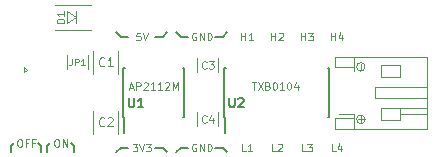
<source format=gto>
G04 #@! TF.GenerationSoftware,KiCad,Pcbnew,(5.1.0-0)*
G04 #@! TF.CreationDate,2019-04-12T20:13:37-07:00*
G04 #@! TF.ProjectId,ap2112m-txb0104-module,61703231-3132-46d2-9d74-786230313034,rev?*
G04 #@! TF.SameCoordinates,Original*
G04 #@! TF.FileFunction,Legend,Top*
G04 #@! TF.FilePolarity,Positive*
%FSLAX46Y46*%
G04 Gerber Fmt 4.6, Leading zero omitted, Abs format (unit mm)*
G04 Created by KiCad (PCBNEW (5.1.0-0)) date 2019-04-12 20:13:37*
%MOMM*%
%LPD*%
G04 APERTURE LIST*
%ADD10C,0.150000*%
%ADD11C,0.101600*%
%ADD12C,0.120000*%
%ADD13C,0.076200*%
%ADD14C,0.127000*%
G04 APERTURE END LIST*
D10*
X144653000Y-93218000D02*
X144399000Y-93472000D01*
X146685000Y-93472000D02*
X146685000Y-93980000D01*
X146431000Y-93218000D02*
X146685000Y-93472000D01*
X144399000Y-93472000D02*
X144399000Y-93980000D01*
X143891000Y-93472000D02*
X143891000Y-93980000D01*
X143637000Y-93218000D02*
X143891000Y-93472000D01*
X141351000Y-93472000D02*
X141351000Y-93980000D01*
X141605000Y-93218000D02*
X141351000Y-93472000D01*
D11*
X168426190Y-84488261D02*
X168426190Y-83853261D01*
X168426190Y-84155642D02*
X168789047Y-84155642D01*
X168789047Y-84488261D02*
X168789047Y-83853261D01*
X169363571Y-84064928D02*
X169363571Y-84488261D01*
X169212380Y-83823023D02*
X169061190Y-84276595D01*
X169454285Y-84276595D01*
X165886190Y-84488261D02*
X165886190Y-83853261D01*
X165886190Y-84155642D02*
X166249047Y-84155642D01*
X166249047Y-84488261D02*
X166249047Y-83853261D01*
X166490952Y-83853261D02*
X166884047Y-83853261D01*
X166672380Y-84095166D01*
X166763095Y-84095166D01*
X166823571Y-84125404D01*
X166853809Y-84155642D01*
X166884047Y-84216119D01*
X166884047Y-84367309D01*
X166853809Y-84427785D01*
X166823571Y-84458023D01*
X166763095Y-84488261D01*
X166581666Y-84488261D01*
X166521190Y-84458023D01*
X166490952Y-84427785D01*
X163346190Y-84488261D02*
X163346190Y-83853261D01*
X163346190Y-84155642D02*
X163709047Y-84155642D01*
X163709047Y-84488261D02*
X163709047Y-83853261D01*
X163981190Y-83913738D02*
X164011428Y-83883500D01*
X164071904Y-83853261D01*
X164223095Y-83853261D01*
X164283571Y-83883500D01*
X164313809Y-83913738D01*
X164344047Y-83974214D01*
X164344047Y-84034690D01*
X164313809Y-84125404D01*
X163950952Y-84488261D01*
X164344047Y-84488261D01*
X160806190Y-84488261D02*
X160806190Y-83853261D01*
X160806190Y-84155642D02*
X161169047Y-84155642D01*
X161169047Y-84488261D02*
X161169047Y-83853261D01*
X161804047Y-84488261D02*
X161441190Y-84488261D01*
X161622619Y-84488261D02*
X161622619Y-83853261D01*
X161562142Y-83943976D01*
X161501666Y-84004452D01*
X161441190Y-84034690D01*
X156996190Y-83883500D02*
X156935714Y-83853261D01*
X156845000Y-83853261D01*
X156754285Y-83883500D01*
X156693809Y-83943976D01*
X156663571Y-84004452D01*
X156633333Y-84125404D01*
X156633333Y-84216119D01*
X156663571Y-84337071D01*
X156693809Y-84397547D01*
X156754285Y-84458023D01*
X156845000Y-84488261D01*
X156905476Y-84488261D01*
X156996190Y-84458023D01*
X157026428Y-84427785D01*
X157026428Y-84216119D01*
X156905476Y-84216119D01*
X157298571Y-84488261D02*
X157298571Y-83853261D01*
X157661428Y-84488261D01*
X157661428Y-83853261D01*
X157963809Y-84488261D02*
X157963809Y-83853261D01*
X158115000Y-83853261D01*
X158205714Y-83883500D01*
X158266190Y-83943976D01*
X158296428Y-84004452D01*
X158326666Y-84125404D01*
X158326666Y-84216119D01*
X158296428Y-84337071D01*
X158266190Y-84397547D01*
X158205714Y-84458023D01*
X158115000Y-84488261D01*
X157963809Y-84488261D01*
D10*
X159258000Y-84201000D02*
X159639000Y-83820000D01*
X151257000Y-84201000D02*
X150622000Y-84201000D01*
X153543000Y-84201000D02*
X154178000Y-84201000D01*
X150622000Y-84201000D02*
X150241000Y-83820000D01*
X154178000Y-84201000D02*
X154559000Y-83820000D01*
X156337000Y-84201000D02*
X155702000Y-84201000D01*
X155702000Y-84201000D02*
X155321000Y-83820000D01*
X158623000Y-84201000D02*
X159258000Y-84201000D01*
D11*
X152279047Y-83853261D02*
X151976666Y-83853261D01*
X151946428Y-84155642D01*
X151976666Y-84125404D01*
X152037142Y-84095166D01*
X152188333Y-84095166D01*
X152248809Y-84125404D01*
X152279047Y-84155642D01*
X152309285Y-84216119D01*
X152309285Y-84367309D01*
X152279047Y-84427785D01*
X152248809Y-84458023D01*
X152188333Y-84488261D01*
X152037142Y-84488261D01*
X151976666Y-84458023D01*
X151946428Y-84427785D01*
X152490714Y-83853261D02*
X152702380Y-84488261D01*
X152914047Y-83853261D01*
X168804166Y-93886261D02*
X168501785Y-93886261D01*
X168501785Y-93251261D01*
X169287976Y-93462928D02*
X169287976Y-93886261D01*
X169136785Y-93221023D02*
X168985595Y-93674595D01*
X169378690Y-93674595D01*
X166264166Y-93886261D02*
X165961785Y-93886261D01*
X165961785Y-93251261D01*
X166415357Y-93251261D02*
X166808452Y-93251261D01*
X166596785Y-93493166D01*
X166687500Y-93493166D01*
X166747976Y-93523404D01*
X166778214Y-93553642D01*
X166808452Y-93614119D01*
X166808452Y-93765309D01*
X166778214Y-93825785D01*
X166747976Y-93856023D01*
X166687500Y-93886261D01*
X166506071Y-93886261D01*
X166445595Y-93856023D01*
X166415357Y-93825785D01*
X163724166Y-93886261D02*
X163421785Y-93886261D01*
X163421785Y-93251261D01*
X163905595Y-93311738D02*
X163935833Y-93281500D01*
X163996309Y-93251261D01*
X164147500Y-93251261D01*
X164207976Y-93281500D01*
X164238214Y-93311738D01*
X164268452Y-93372214D01*
X164268452Y-93432690D01*
X164238214Y-93523404D01*
X163875357Y-93886261D01*
X164268452Y-93886261D01*
X161184166Y-93886261D02*
X160881785Y-93886261D01*
X160881785Y-93251261D01*
X161728452Y-93886261D02*
X161365595Y-93886261D01*
X161547023Y-93886261D02*
X161547023Y-93251261D01*
X161486547Y-93341976D01*
X161426071Y-93402452D01*
X161365595Y-93432690D01*
D10*
X155702000Y-93599000D02*
X155321000Y-93980000D01*
X158623000Y-93599000D02*
X159258000Y-93599000D01*
X159258000Y-93599000D02*
X159639000Y-93980000D01*
X156337000Y-93599000D02*
X155702000Y-93599000D01*
X150622000Y-93599000D02*
X150241000Y-93980000D01*
X151257000Y-93599000D02*
X150622000Y-93599000D01*
X154178000Y-93599000D02*
X154559000Y-93980000D01*
X153543000Y-93599000D02*
X154178000Y-93599000D01*
D11*
X156996190Y-93281500D02*
X156935714Y-93251261D01*
X156845000Y-93251261D01*
X156754285Y-93281500D01*
X156693809Y-93341976D01*
X156663571Y-93402452D01*
X156633333Y-93523404D01*
X156633333Y-93614119D01*
X156663571Y-93735071D01*
X156693809Y-93795547D01*
X156754285Y-93856023D01*
X156845000Y-93886261D01*
X156905476Y-93886261D01*
X156996190Y-93856023D01*
X157026428Y-93825785D01*
X157026428Y-93614119D01*
X156905476Y-93614119D01*
X157298571Y-93886261D02*
X157298571Y-93251261D01*
X157661428Y-93886261D01*
X157661428Y-93251261D01*
X157963809Y-93886261D02*
X157963809Y-93251261D01*
X158115000Y-93251261D01*
X158205714Y-93281500D01*
X158266190Y-93341976D01*
X158296428Y-93402452D01*
X158326666Y-93523404D01*
X158326666Y-93614119D01*
X158296428Y-93735071D01*
X158266190Y-93795547D01*
X158205714Y-93856023D01*
X158115000Y-93886261D01*
X157963809Y-93886261D01*
X151613809Y-93251261D02*
X152006904Y-93251261D01*
X151795238Y-93493166D01*
X151885952Y-93493166D01*
X151946428Y-93523404D01*
X151976666Y-93553642D01*
X152006904Y-93614119D01*
X152006904Y-93765309D01*
X151976666Y-93825785D01*
X151946428Y-93856023D01*
X151885952Y-93886261D01*
X151704523Y-93886261D01*
X151644047Y-93856023D01*
X151613809Y-93825785D01*
X152188333Y-93251261D02*
X152400000Y-93886261D01*
X152611666Y-93251261D01*
X152762857Y-93251261D02*
X153155952Y-93251261D01*
X152944285Y-93493166D01*
X153035000Y-93493166D01*
X153095476Y-93523404D01*
X153125714Y-93553642D01*
X153155952Y-93614119D01*
X153155952Y-93765309D01*
X153125714Y-93825785D01*
X153095476Y-93856023D01*
X153035000Y-93886261D01*
X152853571Y-93886261D01*
X152793095Y-93856023D01*
X152762857Y-93825785D01*
X151374928Y-88497833D02*
X151677309Y-88497833D01*
X151314452Y-88679261D02*
X151526119Y-88044261D01*
X151737785Y-88679261D01*
X151949452Y-88679261D02*
X151949452Y-88044261D01*
X152191357Y-88044261D01*
X152251833Y-88074500D01*
X152282071Y-88104738D01*
X152312309Y-88165214D01*
X152312309Y-88255928D01*
X152282071Y-88316404D01*
X152251833Y-88346642D01*
X152191357Y-88376880D01*
X151949452Y-88376880D01*
X152554214Y-88104738D02*
X152584452Y-88074500D01*
X152644928Y-88044261D01*
X152796119Y-88044261D01*
X152856595Y-88074500D01*
X152886833Y-88104738D01*
X152917071Y-88165214D01*
X152917071Y-88225690D01*
X152886833Y-88316404D01*
X152523976Y-88679261D01*
X152917071Y-88679261D01*
X153521833Y-88679261D02*
X153158976Y-88679261D01*
X153340404Y-88679261D02*
X153340404Y-88044261D01*
X153279928Y-88134976D01*
X153219452Y-88195452D01*
X153158976Y-88225690D01*
X154126595Y-88679261D02*
X153763738Y-88679261D01*
X153945166Y-88679261D02*
X153945166Y-88044261D01*
X153884690Y-88134976D01*
X153824214Y-88195452D01*
X153763738Y-88225690D01*
X154368500Y-88104738D02*
X154398738Y-88074500D01*
X154459214Y-88044261D01*
X154610404Y-88044261D01*
X154670880Y-88074500D01*
X154701119Y-88104738D01*
X154731357Y-88165214D01*
X154731357Y-88225690D01*
X154701119Y-88316404D01*
X154338261Y-88679261D01*
X154731357Y-88679261D01*
X155003500Y-88679261D02*
X155003500Y-88044261D01*
X155215166Y-88497833D01*
X155426833Y-88044261D01*
X155426833Y-88679261D01*
X161692166Y-88044261D02*
X162055023Y-88044261D01*
X161873595Y-88679261D02*
X161873595Y-88044261D01*
X162206214Y-88044261D02*
X162629547Y-88679261D01*
X162629547Y-88044261D02*
X162206214Y-88679261D01*
X163083119Y-88346642D02*
X163173833Y-88376880D01*
X163204071Y-88407119D01*
X163234309Y-88467595D01*
X163234309Y-88558309D01*
X163204071Y-88618785D01*
X163173833Y-88649023D01*
X163113357Y-88679261D01*
X162871452Y-88679261D01*
X162871452Y-88044261D01*
X163083119Y-88044261D01*
X163143595Y-88074500D01*
X163173833Y-88104738D01*
X163204071Y-88165214D01*
X163204071Y-88225690D01*
X163173833Y-88286166D01*
X163143595Y-88316404D01*
X163083119Y-88346642D01*
X162871452Y-88346642D01*
X163627404Y-88044261D02*
X163687880Y-88044261D01*
X163748357Y-88074500D01*
X163778595Y-88104738D01*
X163808833Y-88165214D01*
X163839071Y-88286166D01*
X163839071Y-88437357D01*
X163808833Y-88558309D01*
X163778595Y-88618785D01*
X163748357Y-88649023D01*
X163687880Y-88679261D01*
X163627404Y-88679261D01*
X163566928Y-88649023D01*
X163536690Y-88618785D01*
X163506452Y-88558309D01*
X163476214Y-88437357D01*
X163476214Y-88286166D01*
X163506452Y-88165214D01*
X163536690Y-88104738D01*
X163566928Y-88074500D01*
X163627404Y-88044261D01*
X164443833Y-88679261D02*
X164080976Y-88679261D01*
X164262404Y-88679261D02*
X164262404Y-88044261D01*
X164201928Y-88134976D01*
X164141452Y-88195452D01*
X164080976Y-88225690D01*
X164836928Y-88044261D02*
X164897404Y-88044261D01*
X164957880Y-88074500D01*
X164988119Y-88104738D01*
X165018357Y-88165214D01*
X165048595Y-88286166D01*
X165048595Y-88437357D01*
X165018357Y-88558309D01*
X164988119Y-88618785D01*
X164957880Y-88649023D01*
X164897404Y-88679261D01*
X164836928Y-88679261D01*
X164776452Y-88649023D01*
X164746214Y-88618785D01*
X164715976Y-88558309D01*
X164685738Y-88437357D01*
X164685738Y-88286166D01*
X164715976Y-88165214D01*
X164746214Y-88104738D01*
X164776452Y-88074500D01*
X164836928Y-88044261D01*
X165592880Y-88255928D02*
X165592880Y-88679261D01*
X165441690Y-88014023D02*
X165290500Y-88467595D01*
X165683595Y-88467595D01*
X145148904Y-92870261D02*
X145269857Y-92870261D01*
X145330333Y-92900500D01*
X145390809Y-92960976D01*
X145421047Y-93081928D01*
X145421047Y-93293595D01*
X145390809Y-93414547D01*
X145330333Y-93475023D01*
X145269857Y-93505261D01*
X145148904Y-93505261D01*
X145088428Y-93475023D01*
X145027952Y-93414547D01*
X144997714Y-93293595D01*
X144997714Y-93081928D01*
X145027952Y-92960976D01*
X145088428Y-92900500D01*
X145148904Y-92870261D01*
X145693190Y-93505261D02*
X145693190Y-92870261D01*
X146056047Y-93505261D01*
X146056047Y-92870261D01*
X142016238Y-92870261D02*
X142137190Y-92870261D01*
X142197666Y-92900500D01*
X142258142Y-92960976D01*
X142288380Y-93081928D01*
X142288380Y-93293595D01*
X142258142Y-93414547D01*
X142197666Y-93475023D01*
X142137190Y-93505261D01*
X142016238Y-93505261D01*
X141955761Y-93475023D01*
X141895285Y-93414547D01*
X141865047Y-93293595D01*
X141865047Y-93081928D01*
X141895285Y-92960976D01*
X141955761Y-92900500D01*
X142016238Y-92870261D01*
X142772190Y-93172642D02*
X142560523Y-93172642D01*
X142560523Y-93505261D02*
X142560523Y-92870261D01*
X142862904Y-92870261D01*
X143316476Y-93172642D02*
X143104809Y-93172642D01*
X143104809Y-93505261D02*
X143104809Y-92870261D01*
X143407190Y-92870261D01*
D12*
X150422000Y-85360000D02*
X150422000Y-87360000D01*
X148282000Y-87360000D02*
X148282000Y-85360000D01*
X150422000Y-90440000D02*
X150422000Y-92440000D01*
X148282000Y-92440000D02*
X148282000Y-90440000D01*
X157108000Y-87214000D02*
X157108000Y-86014000D01*
X158868000Y-86014000D02*
X158868000Y-87214000D01*
X157108000Y-91786000D02*
X157108000Y-90586000D01*
X158868000Y-90586000D02*
X158868000Y-91786000D01*
X148066000Y-83620000D02*
X145050000Y-83620000D01*
X145050000Y-81480000D02*
X148066000Y-81480000D01*
D11*
X146812000Y-83058000D02*
X146812000Y-82042000D01*
D13*
X146812000Y-82042000D02*
X146812000Y-82550000D01*
D11*
X146812000Y-82550000D02*
X146050000Y-83058000D01*
X146050000Y-83058000D02*
X146050000Y-82042000D01*
X146050000Y-82042000D02*
X146812000Y-82550000D01*
X142400000Y-86765000D02*
X142650000Y-86965000D01*
X142650000Y-86965000D02*
X142400000Y-87165000D01*
X142400000Y-87165000D02*
X142400000Y-86765000D01*
D12*
X146059000Y-86960000D02*
X146059000Y-85760000D01*
X147819000Y-85760000D02*
X147819000Y-86960000D01*
X170330000Y-90716000D02*
X169130000Y-90716000D01*
X174280000Y-90716000D02*
X176530000Y-90716000D01*
X174280000Y-90216000D02*
X176530000Y-90216000D01*
X172680000Y-87616000D02*
X172680000Y-86616000D01*
X174280000Y-87616000D02*
X172680000Y-87616000D01*
X174280000Y-86616000D02*
X174280000Y-87616000D01*
X172680000Y-86616000D02*
X174280000Y-86616000D01*
X172680000Y-90216000D02*
X172680000Y-91216000D01*
X174280000Y-90216000D02*
X172680000Y-90216000D01*
X174280000Y-91216000D02*
X174280000Y-90216000D01*
X172680000Y-91216000D02*
X174280000Y-91216000D01*
X170330000Y-85866000D02*
X170330000Y-86766000D01*
X170330000Y-91966000D02*
X170330000Y-91066000D01*
X170330000Y-86766000D02*
X170330000Y-87116000D01*
X168730000Y-86766000D02*
X170330000Y-86766000D01*
X168730000Y-85866000D02*
X168730000Y-86766000D01*
X176530000Y-85866000D02*
X168730000Y-85866000D01*
X176530000Y-91966000D02*
X176530000Y-85866000D01*
X168730000Y-91966000D02*
X176530000Y-91966000D01*
X168730000Y-91066000D02*
X168730000Y-91966000D01*
X170330000Y-91066000D02*
X168730000Y-91066000D01*
X170330000Y-90716000D02*
X170330000Y-91066000D01*
X172180000Y-88416000D02*
X176530000Y-88416000D01*
X172180000Y-89416000D02*
X172180000Y-88416000D01*
X176530000Y-89416000D02*
X172180000Y-89416000D01*
D11*
X170688000Y-91186000D02*
X171196000Y-91186000D01*
X170942000Y-91440000D02*
X170942000Y-90932000D01*
X170942000Y-86995000D02*
X170942000Y-86487000D01*
D13*
X171301210Y-91186000D02*
G75*
G03X171301210Y-91186000I-359210J0D01*
G01*
X171301210Y-86741000D02*
G75*
G03X171301210Y-86741000I-359210J0D01*
G01*
D10*
X150891000Y-90975000D02*
X150891000Y-92375000D01*
X155991000Y-90975000D02*
X155991000Y-86825000D01*
X150841000Y-90975000D02*
X150841000Y-86825000D01*
X155991000Y-90975000D02*
X155846000Y-90975000D01*
X155991000Y-86825000D02*
X155846000Y-86825000D01*
X150841000Y-86825000D02*
X150986000Y-86825000D01*
X150841000Y-90975000D02*
X150891000Y-90975000D01*
X159405000Y-90975000D02*
X159405000Y-92350000D01*
X168280000Y-90975000D02*
X168280000Y-86825000D01*
X159380000Y-90975000D02*
X159380000Y-86825000D01*
X168280000Y-90975000D02*
X168165000Y-90975000D01*
X168280000Y-86825000D02*
X168165000Y-86825000D01*
X159380000Y-86825000D02*
X159495000Y-86825000D01*
X159380000Y-90975000D02*
X159405000Y-90975000D01*
D11*
X149225000Y-86632142D02*
X149188714Y-86668428D01*
X149079857Y-86704714D01*
X149007285Y-86704714D01*
X148898428Y-86668428D01*
X148825857Y-86595857D01*
X148789571Y-86523285D01*
X148753285Y-86378142D01*
X148753285Y-86269285D01*
X148789571Y-86124142D01*
X148825857Y-86051571D01*
X148898428Y-85979000D01*
X149007285Y-85942714D01*
X149079857Y-85942714D01*
X149188714Y-85979000D01*
X149225000Y-86015285D01*
X149950714Y-86704714D02*
X149515285Y-86704714D01*
X149733000Y-86704714D02*
X149733000Y-85942714D01*
X149660428Y-86051571D01*
X149587857Y-86124142D01*
X149515285Y-86160428D01*
X149225000Y-91712142D02*
X149188714Y-91748428D01*
X149079857Y-91784714D01*
X149007285Y-91784714D01*
X148898428Y-91748428D01*
X148825857Y-91675857D01*
X148789571Y-91603285D01*
X148753285Y-91458142D01*
X148753285Y-91349285D01*
X148789571Y-91204142D01*
X148825857Y-91131571D01*
X148898428Y-91059000D01*
X149007285Y-91022714D01*
X149079857Y-91022714D01*
X149188714Y-91059000D01*
X149225000Y-91095285D01*
X149515285Y-91095285D02*
X149551571Y-91059000D01*
X149624142Y-91022714D01*
X149805571Y-91022714D01*
X149878142Y-91059000D01*
X149914428Y-91095285D01*
X149950714Y-91167857D01*
X149950714Y-91240428D01*
X149914428Y-91349285D01*
X149479000Y-91784714D01*
X149950714Y-91784714D01*
X157882166Y-86840785D02*
X157851928Y-86871023D01*
X157761214Y-86901261D01*
X157700738Y-86901261D01*
X157610023Y-86871023D01*
X157549547Y-86810547D01*
X157519309Y-86750071D01*
X157489071Y-86629119D01*
X157489071Y-86538404D01*
X157519309Y-86417452D01*
X157549547Y-86356976D01*
X157610023Y-86296500D01*
X157700738Y-86266261D01*
X157761214Y-86266261D01*
X157851928Y-86296500D01*
X157882166Y-86326738D01*
X158093833Y-86266261D02*
X158486928Y-86266261D01*
X158275261Y-86508166D01*
X158365976Y-86508166D01*
X158426452Y-86538404D01*
X158456690Y-86568642D01*
X158486928Y-86629119D01*
X158486928Y-86780309D01*
X158456690Y-86840785D01*
X158426452Y-86871023D01*
X158365976Y-86901261D01*
X158184547Y-86901261D01*
X158124071Y-86871023D01*
X158093833Y-86840785D01*
X157882166Y-91412785D02*
X157851928Y-91443023D01*
X157761214Y-91473261D01*
X157700738Y-91473261D01*
X157610023Y-91443023D01*
X157549547Y-91382547D01*
X157519309Y-91322071D01*
X157489071Y-91201119D01*
X157489071Y-91110404D01*
X157519309Y-90989452D01*
X157549547Y-90928976D01*
X157610023Y-90868500D01*
X157700738Y-90838261D01*
X157761214Y-90838261D01*
X157851928Y-90868500D01*
X157882166Y-90898738D01*
X158426452Y-91049928D02*
X158426452Y-91473261D01*
X158275261Y-90808023D02*
X158124071Y-91261595D01*
X158517166Y-91261595D01*
X145829261Y-83018690D02*
X145194261Y-83018690D01*
X145194261Y-82867500D01*
X145224500Y-82776785D01*
X145284976Y-82716309D01*
X145345452Y-82686071D01*
X145466404Y-82655833D01*
X145557119Y-82655833D01*
X145678071Y-82686071D01*
X145738547Y-82716309D01*
X145799023Y-82776785D01*
X145829261Y-82867500D01*
X145829261Y-83018690D01*
X145829261Y-82051071D02*
X145829261Y-82413928D01*
X145829261Y-82232500D02*
X145194261Y-82232500D01*
X145284976Y-82292976D01*
X145345452Y-82353452D01*
X145375690Y-82413928D01*
X146452166Y-86040080D02*
X146452166Y-86457366D01*
X146424347Y-86540823D01*
X146368709Y-86596461D01*
X146285252Y-86624280D01*
X146229614Y-86624280D01*
X146730357Y-86624280D02*
X146730357Y-86040080D01*
X146952909Y-86040080D01*
X147008547Y-86067900D01*
X147036366Y-86095719D01*
X147064185Y-86151357D01*
X147064185Y-86234814D01*
X147036366Y-86290452D01*
X147008547Y-86318271D01*
X146952909Y-86346090D01*
X146730357Y-86346090D01*
X147620566Y-86624280D02*
X147286738Y-86624280D01*
X147453652Y-86624280D02*
X147453652Y-86040080D01*
X147398014Y-86123538D01*
X147342376Y-86179176D01*
X147286738Y-86206995D01*
D14*
X151311428Y-89371714D02*
X151311428Y-89988571D01*
X151347714Y-90061142D01*
X151384000Y-90097428D01*
X151456571Y-90133714D01*
X151601714Y-90133714D01*
X151674285Y-90097428D01*
X151710571Y-90061142D01*
X151746857Y-89988571D01*
X151746857Y-89371714D01*
X152508857Y-90133714D02*
X152073428Y-90133714D01*
X152291142Y-90133714D02*
X152291142Y-89371714D01*
X152218571Y-89480571D01*
X152146000Y-89553142D01*
X152073428Y-89589428D01*
X159820428Y-89371714D02*
X159820428Y-89988571D01*
X159856714Y-90061142D01*
X159893000Y-90097428D01*
X159965571Y-90133714D01*
X160110714Y-90133714D01*
X160183285Y-90097428D01*
X160219571Y-90061142D01*
X160255857Y-89988571D01*
X160255857Y-89371714D01*
X160582428Y-89444285D02*
X160618714Y-89408000D01*
X160691285Y-89371714D01*
X160872714Y-89371714D01*
X160945285Y-89408000D01*
X160981571Y-89444285D01*
X161017857Y-89516857D01*
X161017857Y-89589428D01*
X160981571Y-89698285D01*
X160546142Y-90133714D01*
X161017857Y-90133714D01*
M02*

</source>
